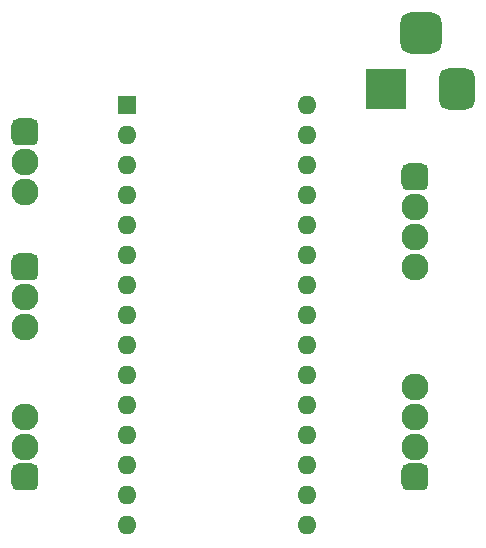
<source format=gbr>
%TF.GenerationSoftware,KiCad,Pcbnew,7.0.5-7.0.5~ubuntu20.04.1*%
%TF.CreationDate,2023-06-14T09:42:23-05:00*%
%TF.ProjectId,Gotchiplant,476f7463-6869-4706-9c61-6e742e6b6963,rev?*%
%TF.SameCoordinates,Original*%
%TF.FileFunction,Soldermask,Bot*%
%TF.FilePolarity,Negative*%
%FSLAX46Y46*%
G04 Gerber Fmt 4.6, Leading zero omitted, Abs format (unit mm)*
G04 Created by KiCad (PCBNEW 7.0.5-7.0.5~ubuntu20.04.1) date 2023-06-14 09:42:23*
%MOMM*%
%LPD*%
G01*
G04 APERTURE LIST*
G04 Aperture macros list*
%AMRoundRect*
0 Rectangle with rounded corners*
0 $1 Rounding radius*
0 $2 $3 $4 $5 $6 $7 $8 $9 X,Y pos of 4 corners*
0 Add a 4 corners polygon primitive as box body*
4,1,4,$2,$3,$4,$5,$6,$7,$8,$9,$2,$3,0*
0 Add four circle primitives for the rounded corners*
1,1,$1+$1,$2,$3*
1,1,$1+$1,$4,$5*
1,1,$1+$1,$6,$7*
1,1,$1+$1,$8,$9*
0 Add four rect primitives between the rounded corners*
20,1,$1+$1,$2,$3,$4,$5,0*
20,1,$1+$1,$4,$5,$6,$7,0*
20,1,$1+$1,$6,$7,$8,$9,0*
20,1,$1+$1,$8,$9,$2,$3,0*%
G04 Aperture macros list end*
%ADD10R,1.600000X1.600000*%
%ADD11O,1.600000X1.600000*%
%ADD12RoundRect,0.571500X-0.571500X0.571500X-0.571500X-0.571500X0.571500X-0.571500X0.571500X0.571500X0*%
%ADD13C,2.286000*%
%ADD14R,3.500000X3.500000*%
%ADD15RoundRect,0.750000X0.750000X1.000000X-0.750000X1.000000X-0.750000X-1.000000X0.750000X-1.000000X0*%
%ADD16RoundRect,0.875000X0.875000X0.875000X-0.875000X0.875000X-0.875000X-0.875000X0.875000X-0.875000X0*%
%ADD17RoundRect,0.571500X-0.571500X-0.571500X0.571500X-0.571500X0.571500X0.571500X-0.571500X0.571500X0*%
%ADD18RoundRect,0.571500X0.571500X-0.571500X0.571500X0.571500X-0.571500X0.571500X-0.571500X-0.571500X0*%
G04 APERTURE END LIST*
D10*
%TO.C,A1*%
X39116000Y-24384000D03*
D11*
X39116000Y-26924000D03*
X39116000Y-29464000D03*
X39116000Y-32004000D03*
X39116000Y-34544000D03*
X39116000Y-37084000D03*
X39116000Y-39624000D03*
X39116000Y-42164000D03*
X39116000Y-44704000D03*
X39116000Y-47244000D03*
X39116000Y-49784000D03*
X39116000Y-52324000D03*
X39116000Y-54864000D03*
X39116000Y-57404000D03*
X39116000Y-59944000D03*
X54356000Y-59944000D03*
X54356000Y-57404000D03*
X54356000Y-54864000D03*
X54356000Y-52324000D03*
X54356000Y-49784000D03*
X54356000Y-47244000D03*
X54356000Y-44704000D03*
X54356000Y-42164000D03*
X54356000Y-39624000D03*
X54356000Y-37084000D03*
X54356000Y-34544000D03*
X54356000Y-32004000D03*
X54356000Y-29464000D03*
X54356000Y-26924000D03*
X54356000Y-24384000D03*
%TD*%
D12*
%TO.C,U6*%
X30480000Y-55880000D03*
D13*
X30480000Y-53340000D03*
X30480000Y-50800000D03*
%TD*%
D14*
%TO.C,J1*%
X61008000Y-22988000D03*
D15*
X67008000Y-22988000D03*
D16*
X64008000Y-18288000D03*
%TD*%
D17*
%TO.C,U3*%
X30480000Y-38100000D03*
D13*
X30480000Y-40640000D03*
X30480000Y-43180000D03*
%TD*%
D12*
%TO.C,U5*%
X63500000Y-55880000D03*
D13*
X63500000Y-53340000D03*
X63500000Y-50800000D03*
X63500000Y-48260000D03*
%TD*%
D18*
%TO.C,U2*%
X30480000Y-26670000D03*
D13*
X30480000Y-29210000D03*
X30480000Y-31750000D03*
%TD*%
D18*
%TO.C,U4*%
X63500000Y-30480000D03*
D13*
X63500000Y-33020000D03*
X63500000Y-35560000D03*
X63500000Y-38100000D03*
%TD*%
M02*

</source>
